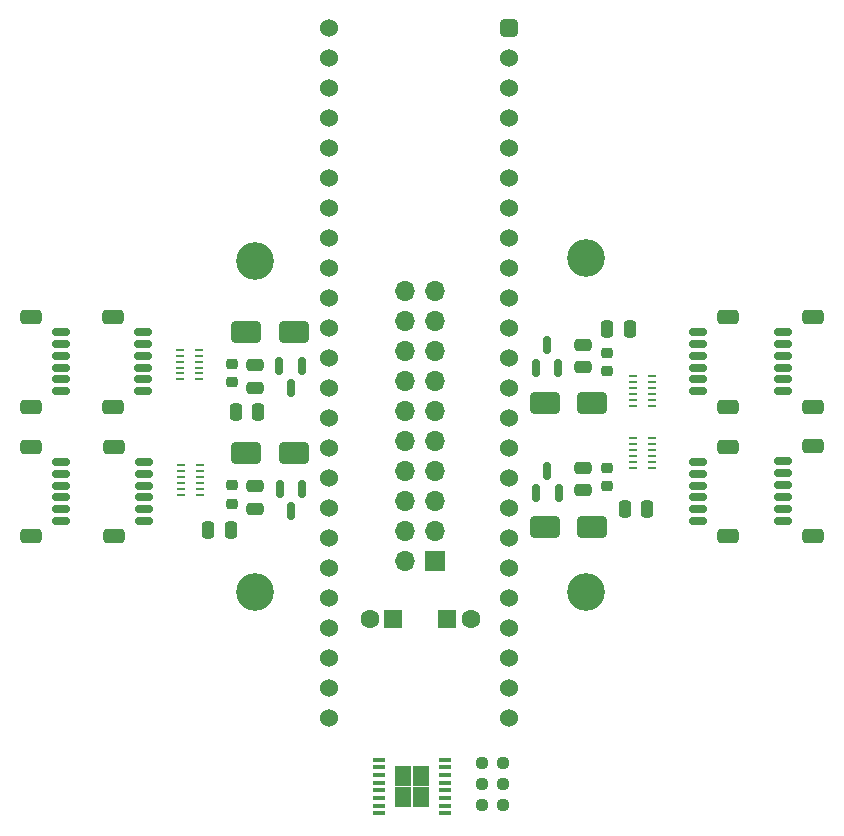
<source format=gbr>
%TF.GenerationSoftware,KiCad,Pcbnew,8.0.1*%
%TF.CreationDate,2024-04-19T02:09:13-07:00*%
%TF.ProjectId,CMOD_A7_Lower,434d4f44-5f41-4375-9f4c-6f7765722e6b,rev?*%
%TF.SameCoordinates,Original*%
%TF.FileFunction,Soldermask,Top*%
%TF.FilePolarity,Negative*%
%FSLAX46Y46*%
G04 Gerber Fmt 4.6, Leading zero omitted, Abs format (unit mm)*
G04 Created by KiCad (PCBNEW 8.0.1) date 2024-04-19 02:09:13*
%MOMM*%
%LPD*%
G01*
G04 APERTURE LIST*
G04 Aperture macros list*
%AMRoundRect*
0 Rectangle with rounded corners*
0 $1 Rounding radius*
0 $2 $3 $4 $5 $6 $7 $8 $9 X,Y pos of 4 corners*
0 Add a 4 corners polygon primitive as box body*
4,1,4,$2,$3,$4,$5,$6,$7,$8,$9,$2,$3,0*
0 Add four circle primitives for the rounded corners*
1,1,$1+$1,$2,$3*
1,1,$1+$1,$4,$5*
1,1,$1+$1,$6,$7*
1,1,$1+$1,$8,$9*
0 Add four rect primitives between the rounded corners*
20,1,$1+$1,$2,$3,$4,$5,0*
20,1,$1+$1,$4,$5,$6,$7,0*
20,1,$1+$1,$6,$7,$8,$9,0*
20,1,$1+$1,$8,$9,$2,$3,0*%
G04 Aperture macros list end*
%ADD10C,3.200000*%
%ADD11R,1.600000X1.600000*%
%ADD12C,1.600000*%
%ADD13RoundRect,0.225000X-0.250000X0.225000X-0.250000X-0.225000X0.250000X-0.225000X0.250000X0.225000X0*%
%ADD14R,1.700000X1.700000*%
%ADD15O,1.700000X1.700000*%
%ADD16RoundRect,0.250000X-0.475000X0.250000X-0.475000X-0.250000X0.475000X-0.250000X0.475000X0.250000X0*%
%ADD17R,0.700000X0.250000*%
%ADD18RoundRect,0.150000X0.625000X-0.150000X0.625000X0.150000X-0.625000X0.150000X-0.625000X-0.150000X0*%
%ADD19RoundRect,0.250000X0.650000X-0.350000X0.650000X0.350000X-0.650000X0.350000X-0.650000X-0.350000X0*%
%ADD20RoundRect,0.250000X1.000000X0.650000X-1.000000X0.650000X-1.000000X-0.650000X1.000000X-0.650000X0*%
%ADD21RoundRect,0.150000X0.150000X-0.587500X0.150000X0.587500X-0.150000X0.587500X-0.150000X-0.587500X0*%
%ADD22RoundRect,0.150000X-0.625000X0.150000X-0.625000X-0.150000X0.625000X-0.150000X0.625000X0.150000X0*%
%ADD23RoundRect,0.250000X-0.650000X0.350000X-0.650000X-0.350000X0.650000X-0.350000X0.650000X0.350000X0*%
%ADD24RoundRect,0.237500X0.250000X0.237500X-0.250000X0.237500X-0.250000X-0.237500X0.250000X-0.237500X0*%
%ADD25RoundRect,0.250000X-0.250000X-0.475000X0.250000X-0.475000X0.250000X0.475000X-0.250000X0.475000X0*%
%ADD26RoundRect,0.250000X0.475000X-0.250000X0.475000X0.250000X-0.475000X0.250000X-0.475000X-0.250000X0*%
%ADD27RoundRect,0.250000X0.250000X0.475000X-0.250000X0.475000X-0.250000X-0.475000X0.250000X-0.475000X0*%
%ADD28R,1.050000X0.450000*%
%ADD29R,1.470000X0.895000*%
%ADD30RoundRect,0.225000X0.250000X-0.225000X0.250000X0.225000X-0.250000X0.225000X-0.250000X-0.225000X0*%
%ADD31RoundRect,0.150000X-0.150000X0.587500X-0.150000X-0.587500X0.150000X-0.587500X0.150000X0.587500X0*%
%ADD32RoundRect,0.250000X-1.000000X-0.650000X1.000000X-0.650000X1.000000X0.650000X-1.000000X0.650000X0*%
%ADD33C,1.524000*%
%ADD34RoundRect,0.381000X-0.381000X-0.381000X0.381000X-0.381000X0.381000X0.381000X-0.381000X0.381000X0*%
G04 APERTURE END LIST*
D10*
%TO.C,H1*%
X72000000Y-102000000D03*
%TD*%
D11*
%TO.C,C9*%
X88250000Y-104250000D03*
D12*
X90250000Y-104250000D03*
%TD*%
D13*
%TO.C,R15*%
X101750000Y-91500000D03*
X101750000Y-93050000D03*
%TD*%
D14*
%TO.C,J17*%
X87250000Y-99410000D03*
D15*
X84710000Y-99410000D03*
X87250000Y-96870000D03*
X84710000Y-96870000D03*
X87250000Y-94330000D03*
X84710000Y-94330000D03*
X87250000Y-91790000D03*
X84710000Y-91790000D03*
X87250000Y-89250000D03*
X84710000Y-89250000D03*
X87250000Y-86710000D03*
X84710000Y-86710000D03*
X87250000Y-84170000D03*
X84710000Y-84170000D03*
X87250000Y-81630000D03*
X84710000Y-81630000D03*
X87250000Y-79090000D03*
X84710000Y-79090000D03*
X87250000Y-76550000D03*
X84710000Y-76550000D03*
%TD*%
D16*
%TO.C,C7*%
X72000000Y-93050000D03*
X72000000Y-94950000D03*
%TD*%
D13*
%TO.C,R12*%
X70000000Y-82700000D03*
X70000000Y-84250000D03*
%TD*%
D10*
%TO.C,H4*%
X100000000Y-102000000D03*
%TD*%
D17*
%TO.C,U2*%
X105600000Y-86250000D03*
X105600000Y-85750000D03*
X105600000Y-85250000D03*
X105600000Y-84750000D03*
X105600000Y-84250000D03*
X105600000Y-83750000D03*
X104000000Y-83750000D03*
X104000000Y-84250000D03*
X104000000Y-84750000D03*
X104000000Y-85250000D03*
X104000000Y-85750000D03*
X104000000Y-86250000D03*
%TD*%
D18*
%TO.C,J1*%
X55525000Y-85000000D03*
X55525000Y-84000000D03*
X55525000Y-83000000D03*
X55525000Y-82000000D03*
X55525000Y-81000000D03*
X55525000Y-80000000D03*
D19*
X53000000Y-86300000D03*
X53000000Y-78700000D03*
%TD*%
D18*
%TO.C,J3*%
X62525000Y-85000000D03*
X62525000Y-84000000D03*
X62525000Y-83000000D03*
X62525000Y-82000000D03*
X62525000Y-81000000D03*
X62525000Y-80000000D03*
D19*
X60000000Y-86300000D03*
X60000000Y-78700000D03*
%TD*%
D20*
%TO.C,D2*%
X100500000Y-86000000D03*
X96500000Y-86000000D03*
%TD*%
D13*
%TO.C,R14*%
X70000000Y-92975000D03*
X70000000Y-94525000D03*
%TD*%
D21*
%TO.C,Q2*%
X95750000Y-83000000D03*
X97650000Y-83000000D03*
X96700000Y-81125000D03*
%TD*%
D22*
%TO.C,J4*%
X116725000Y-80000000D03*
X116725000Y-81000000D03*
X116725000Y-82000000D03*
X116725000Y-83000000D03*
X116725000Y-84000000D03*
X116725000Y-85000000D03*
D23*
X119250000Y-78700000D03*
X119250000Y-86300000D03*
%TD*%
D17*
%TO.C,U3*%
X65750000Y-91250000D03*
X65750000Y-91750000D03*
X65750000Y-92250000D03*
X65750000Y-92750000D03*
X65750000Y-93250000D03*
X65750000Y-93750000D03*
X67350000Y-93750000D03*
X67350000Y-93250000D03*
X67350000Y-92750000D03*
X67350000Y-92250000D03*
X67350000Y-91750000D03*
X67350000Y-91250000D03*
%TD*%
D10*
%TO.C,H3*%
X100000000Y-73750000D03*
%TD*%
D24*
%TO.C,R9*%
X93000000Y-116500000D03*
X91175000Y-116500000D03*
%TD*%
D25*
%TO.C,C3*%
X101800000Y-79750000D03*
X103700000Y-79750000D03*
%TD*%
D21*
%TO.C,Q4*%
X95800000Y-93625000D03*
X97700000Y-93625000D03*
X96750000Y-91750000D03*
%TD*%
D17*
%TO.C,U4*%
X105600000Y-91500000D03*
X105600000Y-91000000D03*
X105600000Y-90500000D03*
X105600000Y-90000000D03*
X105600000Y-89500000D03*
X105600000Y-89000000D03*
X104000000Y-89000000D03*
X104000000Y-89500000D03*
X104000000Y-90000000D03*
X104000000Y-90500000D03*
X104000000Y-91000000D03*
X104000000Y-91500000D03*
%TD*%
D26*
%TO.C,C4*%
X99750000Y-82950000D03*
X99750000Y-81050000D03*
%TD*%
D17*
%TO.C,U1*%
X65650000Y-81500000D03*
X65650000Y-82000000D03*
X65650000Y-82500000D03*
X65650000Y-83000000D03*
X65650000Y-83500000D03*
X65650000Y-84000000D03*
X67250000Y-84000000D03*
X67250000Y-83500000D03*
X67250000Y-83000000D03*
X67250000Y-82500000D03*
X67250000Y-82000000D03*
X67250000Y-81500000D03*
%TD*%
D18*
%TO.C,J7*%
X62575000Y-96000000D03*
X62575000Y-95000000D03*
X62575000Y-94000000D03*
X62575000Y-93000000D03*
X62575000Y-92000000D03*
X62575000Y-91000000D03*
D19*
X60050000Y-97300000D03*
X60050000Y-89700000D03*
%TD*%
D20*
%TO.C,D4*%
X100500000Y-96500000D03*
X96500000Y-96500000D03*
%TD*%
D27*
%TO.C,C5*%
X69950000Y-96750000D03*
X68050000Y-96750000D03*
%TD*%
D24*
%TO.C,R10*%
X93000000Y-118250000D03*
X91175000Y-118250000D03*
%TD*%
D25*
%TO.C,C6*%
X103300000Y-95000000D03*
X105200000Y-95000000D03*
%TD*%
D28*
%TO.C,U6*%
X82500000Y-116200000D03*
X82500000Y-116850000D03*
X82500000Y-117500000D03*
X82500000Y-118150000D03*
X82500000Y-118800000D03*
X82500000Y-119450000D03*
X82500000Y-120100000D03*
X82500000Y-120750000D03*
X88050000Y-120750000D03*
X88050000Y-120100000D03*
X88050000Y-119450000D03*
X88050000Y-118800000D03*
X88050000Y-118150000D03*
X88050000Y-117500000D03*
X88050000Y-116850000D03*
X88050000Y-116200000D03*
D29*
X84540000Y-117132500D03*
X84540000Y-118027500D03*
X84540000Y-118922500D03*
X84540000Y-119817500D03*
X86010000Y-117132500D03*
X86010000Y-118027500D03*
X86010000Y-118922500D03*
X86010000Y-119817500D03*
%TD*%
D10*
%TO.C,H2*%
X72000000Y-74000000D03*
%TD*%
D22*
%TO.C,J8*%
X116725000Y-90950000D03*
X116725000Y-91950000D03*
X116725000Y-92950000D03*
X116725000Y-93950000D03*
X116725000Y-94950000D03*
X116725000Y-95950000D03*
D23*
X119250000Y-89650000D03*
X119250000Y-97250000D03*
%TD*%
D30*
%TO.C,R13*%
X101750000Y-83300000D03*
X101750000Y-81750000D03*
%TD*%
D31*
%TO.C,Q1*%
X75950000Y-82875000D03*
X74050000Y-82875000D03*
X75000000Y-84750000D03*
%TD*%
D32*
%TO.C,D3*%
X71250000Y-90250000D03*
X75250000Y-90250000D03*
%TD*%
D22*
%TO.C,J2*%
X109475000Y-80000000D03*
X109475000Y-81000000D03*
X109475000Y-82000000D03*
X109475000Y-83000000D03*
X109475000Y-84000000D03*
X109475000Y-85000000D03*
D23*
X112000000Y-78700000D03*
X112000000Y-86300000D03*
%TD*%
D22*
%TO.C,J6*%
X109475000Y-91000000D03*
X109475000Y-92000000D03*
X109475000Y-93000000D03*
X109475000Y-94000000D03*
X109475000Y-95000000D03*
X109475000Y-96000000D03*
D23*
X112000000Y-89700000D03*
X112000000Y-97300000D03*
%TD*%
D18*
%TO.C,J5*%
X55575000Y-96000000D03*
X55575000Y-95000000D03*
X55575000Y-94000000D03*
X55575000Y-93000000D03*
X55575000Y-92000000D03*
X55575000Y-91000000D03*
D19*
X53050000Y-97300000D03*
X53050000Y-89700000D03*
%TD*%
D32*
%TO.C,D1*%
X71250000Y-80000000D03*
X75250000Y-80000000D03*
%TD*%
D25*
%TO.C,C1*%
X70350000Y-86750000D03*
X72250000Y-86750000D03*
%TD*%
D16*
%TO.C,C2*%
X72000000Y-82800000D03*
X72000000Y-84700000D03*
%TD*%
D11*
%TO.C,C10*%
X83705113Y-104250000D03*
D12*
X81705113Y-104250000D03*
%TD*%
D31*
%TO.C,Q3*%
X76000000Y-93250000D03*
X74100000Y-93250000D03*
X75050000Y-95125000D03*
%TD*%
D24*
%TO.C,R11*%
X93000000Y-120000000D03*
X91175000Y-120000000D03*
%TD*%
D16*
%TO.C,C8*%
X99750000Y-91500000D03*
X99750000Y-93400000D03*
%TD*%
D33*
%TO.C,U5*%
X78270000Y-112700000D03*
X78270000Y-110160000D03*
X78270000Y-107620000D03*
X78270000Y-105080000D03*
X78270000Y-102540000D03*
X78270000Y-100000000D03*
X78270000Y-97460000D03*
X78270000Y-94920000D03*
X78270000Y-92380000D03*
X78270000Y-89840000D03*
X78270000Y-87300000D03*
X78270000Y-84760000D03*
X78270000Y-82220000D03*
X78270000Y-79680000D03*
X78270000Y-77140000D03*
X78270000Y-74600000D03*
X78270000Y-72060000D03*
X78270000Y-69520000D03*
X78270000Y-66980000D03*
X78270000Y-64440000D03*
X78270000Y-61900000D03*
X78270000Y-59360000D03*
X78270000Y-56820000D03*
X78270000Y-54280000D03*
D34*
X93510000Y-54280000D03*
D33*
X93510000Y-56820000D03*
X93510000Y-59360000D03*
X93510000Y-61900000D03*
X93510000Y-64440000D03*
X93510000Y-66980000D03*
X93510000Y-69520000D03*
X93510000Y-72060000D03*
X93510000Y-74600000D03*
X93510000Y-77140000D03*
X93510000Y-79680000D03*
X93510000Y-82220000D03*
X93510000Y-84760000D03*
X93510000Y-87300000D03*
X93510000Y-89840000D03*
X93510000Y-92380000D03*
X93510000Y-94920000D03*
X93510000Y-97460000D03*
X93510000Y-100000000D03*
X93510000Y-102540000D03*
X93510000Y-105080000D03*
X93510000Y-107620000D03*
X93510000Y-110160000D03*
X93510000Y-112700000D03*
%TD*%
M02*

</source>
